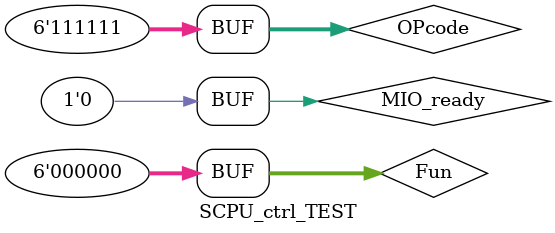
<source format=v>
`timescale 1ns / 1ps


module SCPU_ctrl_TEST;

	// Inputs
	reg [5:0] OPcode;
	reg [5:0] Fun;
	reg MIO_ready;

	// Outputs
	wire RegDst;
	wire ALUSrc_B;
	wire MemtoReg;
	wire Jump;
	wire Branch;
	wire RegWrite;
	wire mem_w;
	wire [2:0] ALU_Control;
	wire CPU_MIO;

	// Instantiate the Unit Under Test (UUT)
	SCPU_ctrl uut (
		.OPcode(OPcode), 
		.Fun(Fun), 
		.MIO_ready(MIO_ready), 
		.RegDst(RegDst), 
		.ALUSrc_B(ALUSrc_B), 
		.MemtoReg(MemtoReg), 
		.Jump(Jump), 
		.Branch(Branch), 
		.RegWrite(RegWrite), 
		.mem_w(mem_w), 
		.ALU_Control(ALU_Control), 
		.CPU_MIO(CPU_MIO)
	);

	initial begin
		// Initialize Inputs
		OPcode = 0;
		Fun = 0;
		MIO_ready = 0;

		// Wait 100 ns for global reset to finish
		#100;
        
		// Add stimulus here
		
		//¼ì²éÊä³öÐÅºÅºÍ¹Ø¼üÐÅºÅÊä³öÊÇ·ñÂú×ãÕæÖµ±í
		OPcode = 0; //ALUÖ¸Áî£¬¼ì²é ALUop=2'b10; RegDst=1; RegWrite=1
		Fun=6'b100000; //add,¼ì²éALU_Control=3'b010
		#20;
		Fun=6'b100010; //sub,¼ì²éALU_Control=3'b110
		#20;
		Fun=6'b100100; //and,¼ì²éALU_Control=3'b000
		#20;
		Fun=6'b100101; //or,¼ì²éALU_Control=3'b001
		#20;
		Fun=6'b101010; //slt,¼ì²éALU_Control=3'b111
		#20;
		Fun = 6'b100111; //nor,¼ì²éALU_Control=3'b100
		#20;

		#20;
		Fun=6'b000010; //srl,¼ì²éALU_Control=3'b101
		#20;
		Fun = 6'b010110; //xor,¼ì²éALU_Control=3'b011
		#20;
		Fun = 6'b111111; //¼ä¸ô
		#1;
		OPcode = 6'b100011;//loadÖ¸Áî£¬¼ì²é ALUop=2'b00, RegDst=0,
		#20; // ALUSrc_B=1, MemtoReg=1, RegWrite=1
		OPcode = 6'b101011;
		#20; //storeÖ¸Áî£¬¼ì²éALUop=2'b00, mem_w=1, ALUSrc_B=1 OPcode = 6'b000100;//beqÖ¸Áî£¬¼ì²é ALUop=2'b01, Branch=1 #20;
		OPcode = 6'b000010; //jumpÖ¸Áî£¬¼ì²é Jump=1
		#20;
		OPcode = 6'h24; //sltiÖ¸Áî£¬¼ì²éALUop=2'b11, RegDst=0,
		#20; //ALUSrc_B=1, RegWrite=1
		OPcode = 6'h3f;//¼ä¸ô 
		Fun = 6'b000000; //¼ä¸ô

	end
      
endmodule


</source>
